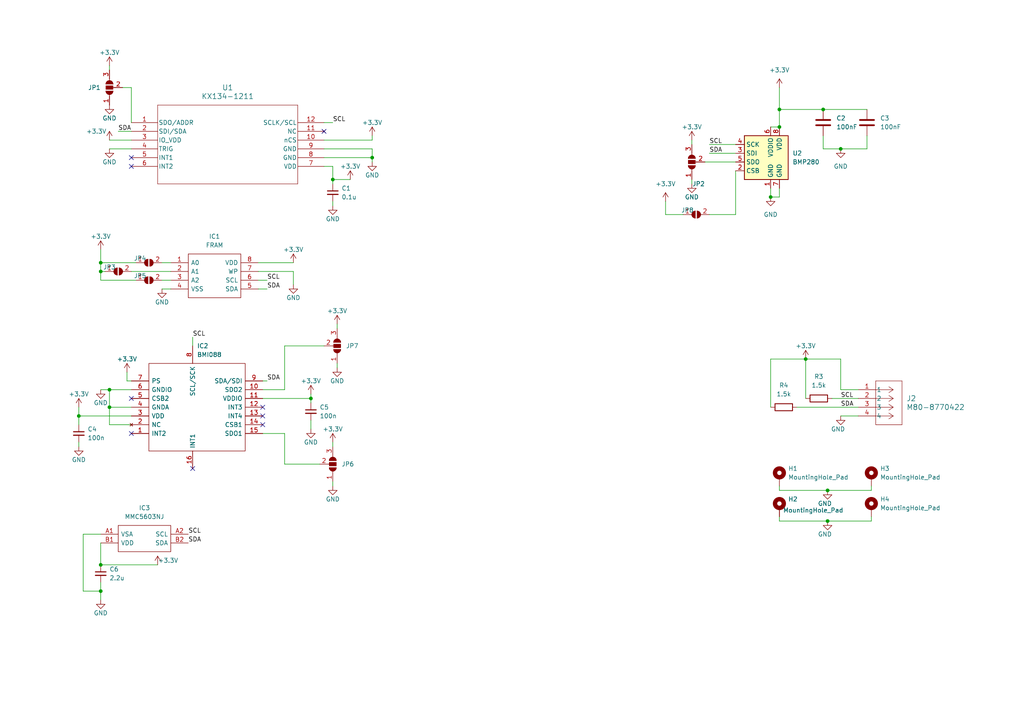
<source format=kicad_sch>
(kicad_sch (version 20231120) (generator "eeschema") (generator_version "8.0")
  (paper "A4")
  (title_block (title "kx134 Accelerometer") (rev "1") (company "USST Avionics") (comment 1 "Edited: Bristine") (comment 2 "Created: Ven"))
  (lib_symbols
    (symbol "Device:C" (pin_numbers hide) (pin_names (offset 0.254))
      (property "Reference" "C" (at 0.635 2.54 0))
      (property "Value" "C" (at 0.635 -2.54 0))
      (symbol "C_0_1"
        (polyline (pts (xy -2.032 -0.762) (xy 2.032 -0.762)) (stroke (width 0.508)))
        (polyline (pts (xy -2.032 0.762) (xy 2.032 0.762)) (stroke (width 0.508)))
      )
      (symbol "C_1_1"
        (pin passive line (at 0 3.81 270) (length 2.794) (name "~") (number "1"))
        (pin passive line (at 0 -3.81 90) (length 2.794) (name "~") (number "2"))
      )
    )
    (symbol "Device:C_Small" (pin_numbers hide) (pin_names (offset 0.254) hide)
      (property "Reference" "C" (at 0.254 1.778 0))
      (property "Value" "C_Small" (at 0.254 -2.032 0))
      (symbol "C_Small_0_1"
        (polyline (pts (xy -1.524 -0.508) (xy 1.524 -0.508)) (stroke (width 0.3302)))
        (polyline (pts (xy -1.524 0.508) (xy 1.524 0.508)) (stroke (width 0.3048)))
      )
      (symbol "C_Small_1_1"
        (pin passive line (at 0 2.54 270) (length 2.032) (name "~") (number "1"))
        (pin passive line (at 0 -2.54 90) (length 2.032) (name "~") (number "2"))
      )
    )
    (symbol "Device:R" (pin_numbers hide) (pin_names (offset 0))
      (property "Reference" "R" (at 2.032 0 90))
      (property "Value" "R" (at 0 0 90))
      (symbol "R_0_1"
        (rectangle (start -1.016 -2.54) (end 1.016 2.54) (stroke (width 0.254)))
      )
      (symbol "R_1_1"
        (pin passive line (at 0 3.81 270) (length 1.27) (name "~") (number "1"))
        (pin passive line (at 0 -3.81 90) (length 1.27) (name "~") (number "2"))
      )
    )
    (symbol "Harwin-M80-8770422:M80-8770422" (pin_names (offset 0.254))
      (property "Reference" "J" (at 8.89 6.35 0))
      (property "Value" "M80-8770422" (at 0 0 0))
      (symbol "M80-8770422_1_1"
        (polyline (pts (xy 5.08 -10.16) (xy 12.7 -10.16)) (stroke (width 0.127)))
        (polyline (pts (xy 5.08 2.54) (xy 5.08 -10.16)) (stroke (width 0.127)))
        (polyline (pts (xy 10.16 -7.62) (xy 5.08 -7.62)) (stroke (width 0.127)))
        (polyline (pts (xy 10.16 -7.62) (xy 8.89 -8.4667)) (stroke (width 0.127)))
        (polyline (pts (xy 10.16 -7.62) (xy 8.89 -6.7733)) (stroke (width 0.127)))
        (polyline (pts (xy 10.16 -5.08) (xy 5.08 -5.08)) (stroke (width 0.127)))
        (polyline (pts (xy 10.16 -5.08) (xy 8.89 -5.9267)) (stroke (width 0.127)))
        (polyline (pts (xy 10.16 -5.08) (xy 8.89 -4.2333)) (stroke (width 0.127)))
        (polyline (pts (xy 10.16 -2.54) (xy 5.08 -2.54)) (stroke (width 0.127)))
        (polyline (pts (xy 10.16 -2.54) (xy 8.89 -3.3867)) (stroke (width 0.127)))
        (polyline (pts (xy 10.16 -2.54) (xy 8.89 -1.6933)) (stroke (width 0.127)))
        (polyline (pts (xy 10.16 0) (xy 5.08 0)) (stroke (width 0.127)))
        (polyline (pts (xy 10.16 0) (xy 8.89 -0.8467)) (stroke (width 0.127)))
        (polyline (pts (xy 10.16 0) (xy 8.89 0.8467)) (stroke (width 0.127)))
        (polyline (pts (xy 12.7 -10.16) (xy 12.7 2.54)) (stroke (width 0.127)))
        (polyline (pts (xy 12.7 2.54) (xy 5.08 2.54)) (stroke (width 0.127)))
        (pin unspecified line (at 0 0 0) (length 5.08) (name "1") (number "1"))
        (pin unspecified line (at 0 -2.54 0) (length 5.08) (name "2") (number "2"))
        (pin unspecified line (at 0 -5.08 0) (length 5.08) (name "3") (number "3"))
        (pin unspecified line (at 0 -7.62 0) (length 5.08) (name "4") (number "4"))
      )
      (symbol "M80-8770422_1_2"
        (polyline (pts (xy 5.08 -10.16) (xy 12.7 -10.16)) (stroke (width 0.127)))
        (polyline (pts (xy 5.08 2.54) (xy 5.08 -10.16)) (stroke (width 0.127)))
        (polyline (pts (xy 7.62 -7.62) (xy 5.08 -7.62)) (stroke (width 0.127)))
        (polyline (pts (xy 7.62 -7.62) (xy 8.89 -8.4667)) (stroke (width 0.127)))
        (polyline (pts (xy 7.62 -7.62) (xy 8.89 -6.7733)) (stroke (width 0.127)))
        (polyline (pts (xy 7.62 -5.08) (xy 5.08 -5.08)) (stroke (width 0.127)))
        (polyline (pts (xy 7.62 -5.08) (xy 8.89 -5.9267)) (stroke (width 0.127)))
        (polyline (pts (xy 7.62 -5.08) (xy 8.89 -4.2333)) (stroke (width 0.127)))
        (polyline (pts (xy 7.62 -2.54) (xy 5.08 -2.54)) (stroke (width 0.127)))
        (polyline (pts (xy 7.62 -2.54) (xy 8.89 -3.3867)) (stroke (width 0.127)))
        (polyline (pts (xy 7.62 -2.54) (xy 8.89 -1.6933)) (stroke (width 0.127)))
        (polyline (pts (xy 7.62 0) (xy 5.08 0)) (stroke (width 0.127)))
        (polyline (pts (xy 7.62 0) (xy 8.89 -0.8467)) (stroke (width 0.127)))
        (polyline (pts (xy 7.62 0) (xy 8.89 0.8467)) (stroke (width 0.127)))
        (polyline (pts (xy 12.7 -10.16) (xy 12.7 2.54)) (stroke (width 0.127)))
        (polyline (pts (xy 12.7 2.54) (xy 5.08 2.54)) (stroke (width 0.127)))
        (pin unspecified line (at 0 0 0) (length 5.08) (name "1") (number "1"))
        (pin unspecified line (at 0 -2.54 0) (length 5.08) (name "2") (number "2"))
        (pin unspecified line (at 0 -5.08 0) (length 5.08) (name "3") (number "3"))
        (pin unspecified line (at 0 -7.62 0) (length 5.08) (name "4") (number "4"))
      )
    )
    (symbol "Jumper:SolderJumper_2_Open" (pin_names (offset 0) hide)
      (property "Reference" "JP" (at 0 2.032 0))
      (property "Value" "SolderJumper_2_Open" (at 0 -2.54 0))
      (symbol "SolderJumper_2_Open_0_1"
        (arc (start -0.254 1.016) (mid -1.2656 0) (end -0.254 -1.016))
        (arc (start -0.254 1.016) (mid -1.2656 0) (end -0.254 -1.016) (fill (type outline)))
        (polyline (pts (xy -0.254 1.016) (xy -0.254 -1.016)))
        (polyline (pts (xy 0.254 1.016) (xy 0.254 -1.016)))
        (arc (start 0.254 -1.016) (mid 1.2656 0) (end 0.254 1.016))
        (arc (start 0.254 -1.016) (mid 1.2656 0) (end 0.254 1.016) (fill (type outline)))
      )
      (symbol "SolderJumper_2_Open_1_1"
        (pin passive line (at -3.81 0 0) (length 2.54) (name "A") (number "1"))
        (pin passive line (at 3.81 0 180) (length 2.54) (name "B") (number "2"))
      )
    )
    (symbol "Jumper:SolderJumper_3_Open" (pin_names (offset 0) hide)
      (property "Reference" "JP" (at -2.54 -2.54 0))
      (property "Value" "SolderJumper_3_Open" (at 0 2.794 0))
      (symbol "SolderJumper_3_Open_0_1"
        (arc (start -1.016 1.016) (mid -2.0276 0) (end -1.016 -1.016))
        (arc (start -1.016 1.016) (mid -2.0276 0) (end -1.016 -1.016) (fill (type outline)))
        (rectangle (start -0.508 1.016) (end 0.508 -1.016) (fill (type outline)))
        (polyline (pts (xy -2.54 0) (xy -2.032 0)))
        (polyline (pts (xy -1.016 1.016) (xy -1.016 -1.016)))
        (polyline (pts (xy 0 -1.27) (xy 0 -1.016)))
        (polyline (pts (xy 1.016 1.016) (xy 1.016 -1.016)))
        (polyline (pts (xy 2.54 0) (xy 2.032 0)))
        (arc (start 1.016 -1.016) (mid 2.0276 0) (end 1.016 1.016))
        (arc (start 1.016 -1.016) (mid 2.0276 0) (end 1.016 1.016) (fill (type outline)))
      )
      (symbol "SolderJumper_3_Open_1_1"
        (pin passive line (at -5.08 0 0) (length 2.54) (name "A") (number "1"))
        (pin passive line (at 0 -3.81 90) (length 2.54) (name "C") (number "2"))
        (pin passive line (at 5.08 0 180) (length 2.54) (name "B") (number "3"))
      )
    )
    (symbol "KX134-1211:KX134-1211" (pin_names (offset 0.254))
      (property "Reference" "U" (at 27.94 10.16 0))
      (property "Value" "KX134-1211" (at 27.94 7.62 0))
      (symbol "KX134-1211_0_1"
        (polyline (pts (xy 7.62 -17.78) (xy 48.26 -17.78)) (stroke (width 0.127)))
        (polyline (pts (xy 7.62 5.08) (xy 7.62 -17.78)) (stroke (width 0.127)))
        (polyline (pts (xy 48.26 -17.78) (xy 48.26 5.08)) (stroke (width 0.127)))
        (polyline (pts (xy 48.26 5.08) (xy 7.62 5.08)) (stroke (width 0.127)))
        (pin bidirectional line (at 0 0 0) (length 7.62) (name "SDO/ADDR") (number "1"))
        (pin input line (at 55.88 -5.08 180) (length 7.62) (name "nCS") (number "10"))
        (pin no_connect line (at 55.88 -2.54 180) (length 7.62) (name "NC") (number "11"))
        (pin input line (at 55.88 0 180) (length 7.62) (name "SCLK/SCL") (number "12"))
        (pin bidirectional line (at 0 -2.54 0) (length 7.62) (name "SDI/SDA") (number "2"))
        (pin power_in line (at 0 -5.08 0) (length 7.62) (name "IO_VDD") (number "3"))
        (pin input line (at 0 -7.62 0) (length 7.62) (name "TRIG") (number "4"))
        (pin output line (at 0 -10.16 0) (length 7.62) (name "INT1") (number "5"))
        (pin output line (at 0 -12.7 0) (length 7.62) (name "INT2") (number "6"))
        (pin power_in line (at 55.88 -12.7 180) (length 7.62) (name "VDD") (number "7"))
        (pin power_out line (at 55.88 -10.16 180) (length 7.62) (name "GND") (number "8"))
        (pin power_out line (at 55.88 -7.62 180) (length 7.62) (name "GND") (number "9"))
      )
    )
    (symbol "LibraryLoader:BMI088" (pin_names (offset 0.762))
      (property "Reference" "IC" (at 31.75 17.78 0))
      (property "Value" "BMI088" (at 31.75 15.24 0))
      (symbol "BMI088_0_0"
        (pin passive line (at 10.16 17.78 270) (length 5.08) (name "INT2") (number "1"))
        (pin passive line (at 22.86 -20.32 90) (length 5.08) (name "SDO2") (number "10"))
        (pin passive line (at 20.32 -20.32 90) (length 5.08) (name "VDDIO") (number "11"))
        (pin passive line (at 17.78 -20.32 90) (length 5.08) (name "INT3") (number "12"))
        (pin passive line (at 15.24 -20.32 90) (length 5.08) (name "INT4") (number "13"))
        (pin passive line (at 12.7 -20.32 90) (length 5.08) (name "CSB1") (number "14"))
        (pin passive line (at 10.16 -20.32 90) (length 5.08) (name "SDO1") (number "15"))
        (pin passive line (at 0 0 0) (length 5.08) (name "INT1") (number "16"))
        (pin no_connect line (at 12.7 17.78 270) (length 5.08) (name "NC") (number "2"))
        (pin passive line (at 15.24 17.78 270) (length 5.08) (name "VDD") (number "3"))
        (pin passive line (at 17.78 17.78 270) (length 5.08) (name "GNDA") (number "4"))
        (pin passive line (at 20.32 17.78 270) (length 5.08) (name "CSB2") (number "5"))
        (pin passive line (at 22.86 17.78 270) (length 5.08) (name "GNDIO") (number "6"))
        (pin passive line (at 25.4 17.78 270) (length 5.08) (name "PS") (number "7"))
        (pin passive line (at 35.56 0 180) (length 5.08) (name "SCL/SCK") (number "8"))
        (pin passive line (at 25.4 -20.32 90) (length 5.08) (name "SDA/SDI") (number "9"))
      )
      (symbol "BMI088_0_1"
        (polyline (pts (xy 5.08 12.7) (xy 30.48 12.7) (xy 30.48 -15.24) (xy 5.08 -15.24) (xy 5.08 12.7)) (stroke (width 0.1524)))
      )
    )
    (symbol "LibraryLoader:MB85RC256VPF-G-JNERE2" (pin_names (offset 0.762))
      (property "Reference" "IC" (at 21.59 7.62 0))
      (property "Value" "MB85RC256VPF-G-JNERE2" (at 21.59 5.08 0))
      (symbol "MB85RC256VPF-G-JNERE2_0_0"
        (pin input line (at 0 0 0) (length 5.08) (name "A0") (number "1"))
        (pin input line (at 0 -2.54 0) (length 5.08) (name "A1") (number "2"))
        (pin input line (at 0 -5.08 0) (length 5.08) (name "A2") (number "3"))
        (pin power_in line (at 0 -7.62 0) (length 5.08) (name "VSS") (number "4"))
        (pin bidirectional line (at 25.4 -7.62 180) (length 5.08) (name "SDA") (number "5"))
        (pin input line (at 25.4 -5.08 180) (length 5.08) (name "SCL") (number "6"))
        (pin input line (at 25.4 -2.54 180) (length 5.08) (name "WP") (number "7"))
        (pin power_in line (at 25.4 0 180) (length 5.08) (name "VDD") (number "8"))
      )
      (symbol "MB85RC256VPF-G-JNERE2_0_1"
        (polyline (pts (xy 5.08 2.54) (xy 20.32 2.54) (xy 20.32 -10.16) (xy 5.08 -10.16) (xy 5.08 2.54)) (stroke (width 0.1524)))
      )
    )
    (symbol "LibraryLoader:MMC5603NJ" (pin_names (offset 0.762))
      (property "Reference" "IC" (at 21.59 7.62 0))
      (property "Value" "MMC5603NJ" (at 21.59 5.08 0))
      (symbol "MMC5603NJ_0_0"
        (pin passive line (at 0 0 0) (length 5.08) (name "VSA") (number "A1"))
        (pin passive line (at 25.4 0 180) (length 5.08) (name "SCL") (number "A2"))
        (pin passive line (at 0 -2.54 0) (length 5.08) (name "VDD") (number "B1"))
        (pin passive line (at 25.4 -2.54 180) (length 5.08) (name "SDA") (number "B2"))
      )
      (symbol "MMC5603NJ_0_1"
        (polyline (pts (xy 5.08 2.54) (xy 20.32 2.54) (xy 20.32 -5.08) (xy 5.08 -5.08) (xy 5.08 2.54)) (stroke (width 0.1524)))
      )
    )
    (symbol "Mechanical:MountingHole_Pad" (pin_numbers hide) (pin_names (offset 1.016) hide)
      (property "Reference" "H" (at 0 6.35 0))
      (property "Value" "MountingHole_Pad" (at 0 4.445 0))
      (symbol "MountingHole_Pad_0_1"
        (circle (center 0 1.27) (radius 1.27) (stroke (width 1.27)))
      )
      (symbol "MountingHole_Pad_1_1"
        (pin input line (at 0 -2.54 90) (length 2.54) (name "1") (number "1"))
      )
    )
    (symbol "Sensor_Pressure:BMP280"
      (property "Reference" "U" (at -7.62 10.16 0))
      (property "Value" "BMP280" (at 5.08 10.16 0))
      (symbol "BMP280_0_1"
        (rectangle (start -7.62 -5.08) (end 5.08 7.62) (stroke (width 0.254)) (fill (type background)))
      )
      (symbol "BMP280_1_1"
        (pin power_in line (at 0 -7.62 90) (length 2.54) (name "GND") (number "1"))
        (pin input line (at -10.16 -2.54 0) (length 2.54) (name "CSB") (number "2"))
        (pin bidirectional line (at -10.16 2.54 0) (length 2.54) (name "SDI") (number "3"))
        (pin input line (at -10.16 5.08 0) (length 2.54) (name "SCK") (number "4"))
        (pin bidirectional line (at -10.16 0 0) (length 2.54) (name "SDO") (number "5"))
        (pin power_in line (at 0 10.16 270) (length 2.54) (name "VDDIO") (number "6"))
        (pin power_in line (at 2.54 -7.62 90) (length 2.54) (name "GND") (number "7"))
        (pin power_in line (at 2.54 10.16 270) (length 2.54) (name "VDD") (number "8"))
      )
    )
    (symbol "power:+3.3V" (power) (pin_names (offset 0))
      (property "Value" "+3.3V" (at 0 3.556 0))
      (symbol "+3.3V_0_1"
        (polyline (pts (xy -0.762 1.27) (xy 0 2.54)))
        (polyline (pts (xy 0 0) (xy 0 2.54)))
        (polyline (pts (xy 0 2.54) (xy 0.762 1.27)))
      )
      (symbol "+3.3V_1_1"
        (pin power_in line (at 0 0 90) (length 0) hide (name "+3.3V") (number "1"))
      )
    )
    (symbol "power:GND" (power) (pin_names (offset 0))
      (property "Value" "GND" (at 0 -3.81 0))
      (symbol "GND_0_1"
        (polyline (pts (xy 0 0) (xy 0 -1.27) (xy 1.27 -1.27) (xy 0 -2.54) (xy -1.27 -1.27) (xy 0 -1.27)))
      )
      (symbol "GND_1_1"
        (pin power_in line (at 0 0 270) (length 0) hide (name "GND") (number "1"))
      )
    )
  )
  (junction (at 29.21 163.83))
  (junction (at 243.84 43.18))
  (junction (at 240.03 142.24))
  (junction (at 31.75 113.03))
  (junction (at 29.21 171.45))
  (junction (at 29.21 76.2))
  (junction (at 240.03 151.13))
  (junction (at 22.86 120.65))
  (junction (at 233.68 104.14))
  (junction (at 90.17 115.57))
  (junction (at 107.95 45.72))
  (junction (at 223.52 57.15))
  (junction (at 238.76 31.75))
  (junction (at 96.52 52.07))
  (junction (at 226.06 36.83))
  (junction (at 226.06 31.75))
  (junction (at 31.75 118.11))
  (junction (at 29.21 78.74))
  (no_connect (at 76.2 118.11))
  (no_connect (at 76.2 123.19))
  (no_connect (at 38.1 115.57))
  (no_connect (at 76.2 120.65))
  (no_connect (at 38.1 48.26))
  (no_connect (at 38.1 45.72))
  (no_connect (at 55.88 135.89))
  (no_connect (at 93.98 38.1))
  (no_connect (at 38.1 125.73))
  (wire (pts (xy 31.75 43.18) (xy 38.1 43.18)))
  (wire (pts (xy 31.75 118.11) (xy 31.75 123.19)))
  (wire (pts (xy 82.55 134.62) (xy 92.71 134.62)))
  (wire (pts (xy 31.75 40.64) (xy 38.1 40.64)))
  (wire (pts (xy 39.37 76.2) (xy 29.21 76.2)))
  (wire (pts (xy 34.29 38.1) (xy 38.1 38.1)))
  (wire (pts (xy 82.55 100.33) (xy 93.98 100.33)))
  (wire (pts (xy 93.98 48.26) (xy 96.52 48.26)))
  (wire (pts (xy 55.88 100.33) (xy 55.88 97.79)))
  (wire (pts (xy 226.06 25.4) (xy 226.06 31.75)))
  (wire (pts (xy 90.17 121.92) (xy 90.17 124.46)))
  (wire (pts (xy 39.37 81.28) (xy 29.21 81.28)))
  (wire (pts (xy 241.3 115.57) (xy 248.92 115.57)))
  (wire (pts (xy 74.93 78.74) (xy 85.09 78.74)))
  (wire (pts (xy 29.21 157.48) (xy 29.21 163.83)))
  (wire (pts (xy 107.95 39.37) (xy 107.95 40.64)))
  (wire (pts (xy 233.68 104.14) (xy 243.84 104.14)))
  (wire (pts (xy 29.21 78.74) (xy 29.21 76.2)))
  (wire (pts (xy 223.52 118.11) (xy 223.52 104.14)))
  (wire (pts (xy 22.86 118.11) (xy 22.86 120.65)))
  (wire (pts (xy 233.68 115.57) (xy 233.68 104.14)))
  (wire (pts (xy 24.13 154.94) (xy 29.21 154.94)))
  (wire (pts (xy 200.66 52.07) (xy 200.66 53.34)))
  (wire (pts (xy 231.14 118.11) (xy 248.92 118.11)))
  (wire (pts (xy 31.75 113.03) (xy 31.75 118.11)))
  (wire (pts (xy 22.86 128.27) (xy 22.86 129.54)))
  (wire (pts (xy 252.73 140.97) (xy 252.73 142.24)))
  (wire (pts (xy 204.47 46.99) (xy 213.36 46.99)))
  (wire (pts (xy 226.06 151.13) (xy 240.03 151.13)))
  (wire (pts (xy 82.55 100.33) (xy 82.55 113.03)))
  (wire (pts (xy 193.04 62.23) (xy 198.12 62.23)))
  (wire (pts (xy 38.1 118.11) (xy 31.75 118.11)))
  (wire (pts (xy 226.06 149.86) (xy 226.06 151.13)))
  (wire (pts (xy 243.84 104.14) (xy 243.84 113.03)))
  (wire (pts (xy 22.86 120.65) (xy 38.1 120.65)))
  (wire (pts (xy 29.21 81.28) (xy 29.21 78.74)))
  (wire (pts (xy 240.03 151.13) (xy 252.73 151.13)))
  (wire (pts (xy 38.1 25.4) (xy 38.1 35.56)))
  (wire (pts (xy 226.06 54.61) (xy 226.06 57.15)))
  (wire (pts (xy 30.48 78.74) (xy 29.21 78.74)))
  (wire (pts (xy 238.76 39.37) (xy 238.76 43.18)))
  (wire (pts (xy 107.95 46.99) (xy 107.95 45.72)))
  (wire (pts (xy 193.04 62.23) (xy 193.04 58.42)))
  (wire (pts (xy 76.2 125.73) (xy 82.55 125.73)))
  (wire (pts (xy 97.79 93.98) (xy 97.79 95.25)))
  (wire (pts (xy 96.52 52.07) (xy 96.52 53.34)))
  (wire (pts (xy 93.98 35.56) (xy 96.52 35.56)))
  (wire (pts (xy 223.52 54.61) (xy 223.52 57.15)))
  (wire (pts (xy 46.99 81.28) (xy 49.53 81.28)))
  (wire (pts (xy 90.17 114.3) (xy 90.17 115.57)))
  (wire (pts (xy 200.66 40.64) (xy 200.66 41.91)))
  (wire (pts (xy 251.46 43.18) (xy 251.46 39.37)))
  (wire (pts (xy 38.1 25.4) (xy 35.56 25.4)))
  (wire (pts (xy 238.76 31.75) (xy 251.46 31.75)))
  (wire (pts (xy 238.76 43.18) (xy 243.84 43.18)))
  (wire (pts (xy 29.21 113.03) (xy 31.75 113.03)))
  (wire (pts (xy 97.79 106.68) (xy 97.79 105.41)))
  (wire (pts (xy 74.93 76.2) (xy 85.09 76.2)))
  (wire (pts (xy 36.83 110.49) (xy 38.1 110.49)))
  (wire (pts (xy 29.21 163.83) (xy 45.72 163.83)))
  (wire (pts (xy 24.13 154.94) (xy 24.13 171.45)))
  (wire (pts (xy 226.06 140.97) (xy 226.06 142.24)))
  (wire (pts (xy 77.47 83.82) (xy 74.93 83.82)))
  (wire (pts (xy 85.09 78.74) (xy 85.09 82.55)))
  (wire (pts (xy 77.47 81.28) (xy 74.93 81.28)))
  (wire (pts (xy 24.13 171.45) (xy 29.21 171.45)))
  (wire (pts (xy 36.83 107.95) (xy 36.83 110.49)))
  (wire (pts (xy 223.52 36.83) (xy 226.06 36.83)))
  (wire (pts (xy 46.99 83.82) (xy 49.53 83.82)))
  (wire (pts (xy 205.74 41.91) (xy 213.36 41.91)))
  (wire (pts (xy 96.52 58.42) (xy 96.52 59.69)))
  (wire (pts (xy 76.2 115.57) (xy 90.17 115.57)))
  (wire (pts (xy 38.1 78.74) (xy 49.53 78.74)))
  (wire (pts (xy 226.06 57.15) (xy 223.52 57.15)))
  (wire (pts (xy 90.17 115.57) (xy 90.17 116.84)))
  (wire (pts (xy 205.74 44.45) (xy 213.36 44.45)))
  (wire (pts (xy 29.21 171.45) (xy 29.21 173.99)))
  (wire (pts (xy 93.98 45.72) (xy 107.95 45.72)))
  (wire (pts (xy 107.95 43.18) (xy 93.98 43.18)))
  (wire (pts (xy 96.52 140.97) (xy 96.52 139.7)))
  (wire (pts (xy 226.06 31.75) (xy 226.06 36.83)))
  (wire (pts (xy 29.21 168.91) (xy 29.21 171.45)))
  (wire (pts (xy 22.86 120.65) (xy 22.86 123.19)))
  (wire (pts (xy 223.52 104.14) (xy 233.68 104.14)))
  (wire (pts (xy 76.2 113.03) (xy 82.55 113.03)))
  (wire (pts (xy 93.98 40.64) (xy 107.95 40.64)))
  (wire (pts (xy 243.84 113.03) (xy 248.92 113.03)))
  (wire (pts (xy 77.47 110.49) (xy 76.2 110.49)))
  (wire (pts (xy 31.75 123.19) (xy 38.1 123.19)))
  (wire (pts (xy 96.52 52.07) (xy 101.6 52.07)))
  (wire (pts (xy 96.52 128.27) (xy 96.52 129.54)))
  (wire (pts (xy 31.75 113.03) (xy 38.1 113.03)))
  (wire (pts (xy 243.84 120.65) (xy 248.92 120.65)))
  (wire (pts (xy 243.84 43.18) (xy 251.46 43.18)))
  (wire (pts (xy 82.55 125.73) (xy 82.55 134.62)))
  (wire (pts (xy 240.03 142.24) (xy 252.73 142.24)))
  (wire (pts (xy 213.36 49.53) (xy 213.36 62.23)))
  (wire (pts (xy 205.74 62.23) (xy 213.36 62.23)))
  (wire (pts (xy 46.99 76.2) (xy 49.53 76.2)))
  (wire (pts (xy 96.52 52.07) (xy 96.52 48.26)))
  (wire (pts (xy 226.06 142.24) (xy 240.03 142.24)))
  (wire (pts (xy 107.95 43.18) (xy 107.95 45.72)))
  (wire (pts (xy 226.06 31.75) (xy 238.76 31.75)))
  (wire (pts (xy 31.75 19.05) (xy 31.75 20.32)))
  (wire (pts (xy 29.21 76.2) (xy 29.21 72.39)))
  (wire (pts (xy 252.73 151.13) (xy 252.73 149.86)))
  (label "SDA" (at 34.29 38.1 0))
  (label "SCL" (at 243.84 115.57 0))
  (label "SCL" (at 54.61 154.94 0))
  (label "SDA" (at 54.61 157.48 0))
  (label "SCL" (at 77.47 81.28 0))
  (label "SDA" (at 77.47 83.82 0))
  (label "SDA" (at 243.84 118.11 0))
  (label "SCL" (at 96.52 35.56 0))
  (label "SCL" (at 55.88 97.79 0))
  (label "SCL" (at 205.74 41.91 0))
  (label "SDA" (at 77.47 110.49 0))
  (label "SDA" (at 205.74 44.45 0))
  (symbol (lib_id "Jumper:SolderJumper_3_Open") (at 31.75 25.4 90) (unit 1)
    (property "Reference" "JP1" (at 29.21 25.4 90) (effects (justify left)))
    (property "Value" "SolderJumper_3_Open" (effects (hide yes)))
    (property "Footprint" "Jumper:SolderJumper-3_P1.3mm_Open_RoundedPad1.0x1.5mm_NumberLabels" (effects (hide yes)))
  )
  (symbol (lib_id "power:+3.3V") (at 200.66 40.64 0) (unit 1)
    (property "Reference" "#PWR013" (effects (hide yes)))
    (property "Value" "+3.3V" (at 200.66 36.83 0))
  )
  (symbol (lib_id "power:GND") (at 22.86 129.54 0) (unit 1)
    (property "Reference" "#PWR023" (effects (hide yes)))
    (property "Value" "GND" (at 22.86 133.35 0))
  )
  (symbol (lib_id "Jumper:SolderJumper_3_Open") (at 200.66 46.99 90) (unit 1)
    (property "Reference" "JP2" (at 204.47 53.34 90) (effects (justify left)))
    (property "Value" "SolderJumper_3_Open" (effects (hide yes)))
    (property "Footprint" "Jumper:SolderJumper-3_P1.3mm_Open_RoundedPad1.0x1.5mm_NumberLabels" (effects (hide yes)))
  )
  (symbol (lib_id "LibraryLoader:MB85RC256VPF-G-JNERE2") (at 49.53 76.2 0) (unit 1)
    (property "Reference" "IC1" (at 62.23 68.58 0))
    (property "Value" "FRAM" (at 62.23 71.12 0))
    (property "Footprint" "MB85RC256VPF_G_JNERE2:FPT-8P-M08_FUJ" (effects (hide yes)))
    (property "Datasheet" "http://www.fujitsu.com/us/Images/MB85RC256V-DS501-00017-3v0-E.pdf" (effects (hide yes)))
    (property "Description" "Memory FRAM 256K (32K x 8) Bit I2C" (effects (hide yes)))
    (property "Height" "2.1" (effects (hide yes)))
    (property "Manufacturer_Name" "FUJITSU" (effects (hide yes)))
    (property "Manufacturer_Part_Number" "MB85RC256VPF-G-JNERE2" (effects (hide yes)))
    (property "Mouser Part Number" "249-MB85RC256VPJNRE2" (effects (hide yes)))
    (property "Mouser Price/Stock" "https://www.mouser.co.uk/ProductDetail/Fujitsu-Semiconductor/MB85RC256VPF-G-JNERE2?qs=Wj%2FVkw3K%252BMAGnaEHj2giGA%3D%3D" (effects (hide yes)))
  )
  (symbol (lib_id "power:GND") (at 243.84 120.65 0) (unit 1)
    (property "Reference" "#PWR09" (effects (hide yes)))
    (property "Value" "GND" (at 245.11 124.46 0) (effects (justify right)))
  )
  (symbol (lib_id "power:+3.3V") (at 96.52 128.27 0) (mirror y) (unit 1)
    (property "Reference" "#PWR028" (effects (hide yes)))
    (property "Value" "+3.3V" (at 96.52 124.46 0))
  )
  (symbol (lib_id "Mechanical:MountingHole_Pad") (at 252.73 147.32 0) (unit 1)
    (property "Reference" "H4" (at 255.27 144.7799 0) (effects (justify left)))
    (property "Value" "MountingHole_Pad" (at 255.27 147.3199 0) (effects (justify left)))
    (property "Footprint" "Mounting_Wuerth:Mounting_Wuerth_WA-SMSI-M1.6_H1mm_9774010633" (effects (hide yes)))
    (property "Description" "Mounting Hole with connection" (effects (hide yes)))
  )
  (symbol (lib_id "Mechanical:MountingHole_Pad") (at 226.06 138.43 0) (unit 1)
    (property "Reference" "H1" (at 228.6 135.8899 0) (effects (justify left)))
    (property "Value" "MountingHole_Pad" (at 228.6 138.4299 0) (effects (justify left)))
    (property "Footprint" "Mounting_Wuerth:Mounting_Wuerth_WA-SMSI-M1.6_H1mm_9774010633" (effects (hide yes)))
    (property "Description" "Mounting Hole with connection" (effects (hide yes)))
  )
  (symbol (lib_id "power:GND") (at 243.84 43.18 0) (unit 1)
    (property "Reference" "#PWR017" (effects (hide yes)))
    (property "Value" "GND" (at 243.84 48.26 0))
  )
  (symbol (lib_id "Device:C_Small") (at 90.17 119.38 0) (unit 1)
    (property "Reference" "C5" (at 92.71 118.1163 0) (effects (justify left)))
    (property "Value" "100n" (at 92.71 120.6563 0) (effects (justify left)))
    (property "Footprint" "Capacitor_SMD:C_0402_1005Metric" (effects (hide yes)))
  )
  (symbol (lib_id "power:+3.3V") (at 90.17 114.3 0) (mirror y) (unit 1)
    (property "Reference" "#PWR026" (effects (hide yes)))
    (property "Value" "+3.3V" (at 90.17 110.49 0))
  )
  (symbol (lib_id "power:+3.3V") (at 31.75 19.05 0) (unit 1)
    (property "Reference" "#PWR03" (effects (hide yes)))
    (property "Value" "+3.3V" (at 31.75 15.24 0))
  )
  (symbol (lib_id "power:GND") (at 200.66 53.34 0) (unit 1)
    (property "Reference" "#PWR014" (effects (hide yes)))
    (property "Value" "GND" (at 200.66 57.15 0))
  )
  (symbol (lib_id "power:+3.3V") (at 101.6 52.07 0) (unit 1)
    (property "Reference" "#PWR05" (effects (hide yes)))
    (property "Value" "+3.3V" (at 101.6 48.26 0))
  )
  (symbol (lib_id "power:+3.3V") (at 193.04 58.42 0) (unit 1)
    (property "Reference" "#PWR034" (effects (hide yes)))
    (property "Value" "+3.3V" (at 193.04 53.34 0))
  )
  (symbol (lib_id "Jumper:SolderJumper_2_Open") (at 43.18 76.2 0) (unit 1)
    (property "Reference" "JP4" (at 40.64 74.93 0))
    (property "Value" "SolderJumper_2_Open" (effects (hide yes)))
    (property "Footprint" "Jumper:SolderJumper-2_P1.3mm_Open_RoundedPad1.0x1.5mm" (effects (hide yes)))
  )
  (symbol (lib_id "power:+3.3V") (at 233.68 104.14 0) (unit 1)
    (property "Reference" "#PWR08" (effects (hide yes)))
    (property "Value" "+3.3V" (at 233.68 100.33 0))
  )
  (symbol (lib_id "LibraryLoader:BMI088") (at 55.88 135.89 90) (unit 1)
    (property "Reference" "IC2" (at 57.15 100.33 90) (effects (justify right)))
    (property "Value" "BMI088" (at 57.15 102.87 90) (effects (justify right)))
    (property "Footprint" "BMI088:QFN_BMI085_BOS" (effects (hide yes)))
    (property "Datasheet" "https://datasheet.datasheetarchive.com/originals/distributors/Datasheets_SAMA/994c3bf88e91a9e9fead6a819d348e4d.pdf" (effects (hide yes)))
    (property "Description" "Inertial Measurement Unit Digital Output 2.5V/3.3V Automotive" (effects (hide yes)))
    (property "Height" "1.45" (effects (hide yes)))
    (property "Manufacturer_Name" "BOSCH" (effects (hide yes)))
    (property "Manufacturer_Part_Number" "BMI088" (effects (hide yes)))
    (property "Mouser Part Number" "262-BMI088" (effects (hide yes)))
    (property "Mouser Price/Stock" "https://www.mouser.co.uk/ProductDetail/Bosch-Sensortec/BMI088?qs=f9yNj16SXrIMFspTV6RB6Q%3D%3D" (effects (hide yes)))
    (property "Arrow Part Number" "BMI088" (effects (hide yes)))
    (property "Arrow Price/Stock" "https://www.arrow.com/en/products/bmi088/bosch?region=europe" (effects (hide yes)))
  )
  (symbol (lib_id "Jumper:SolderJumper_2_Open") (at 34.29 78.74 0) (unit 1)
    (property "Reference" "JP3" (at 31.75 77.47 0))
    (property "Value" "SolderJumper_2_Open" (effects (hide yes)))
    (property "Footprint" "Jumper:SolderJumper-2_P1.3mm_Open_RoundedPad1.0x1.5mm" (effects (hide yes)))
  )
  (symbol (lib_id "power:GND") (at 31.75 30.48 0) (unit 1)
    (property "Reference" "#PWR010" (effects (hide yes)))
    (property "Value" "GND" (at 31.75 34.29 0))
  )
  (symbol (lib_id "Jumper:SolderJumper_3_Open") (at 96.52 134.62 270) (mirror x) (unit 1)
    (property "Reference" "JP6" (at 99.06 134.62 90) (effects (justify left)))
    (property "Value" "SolderJumper_3_Open" (effects (hide yes)))
    (property "Footprint" "Jumper:SolderJumper-3_P1.3mm_Open_RoundedPad1.0x1.5mm_NumberLabels" (effects (hide yes)))
  )
  (symbol (lib_id "power:GND") (at 240.03 151.13 0) (unit 1)
    (property "Reference" "#PWR012" (effects (hide yes)))
    (property "Value" "GND" (at 241.3 154.94 0) (effects (justify right)))
  )
  (symbol (lib_id "Jumper:SolderJumper_3_Open") (at 97.79 100.33 270) (mirror x) (unit 1)
    (property "Reference" "JP7" (at 100.33 100.33 90) (effects (justify left)))
    (property "Value" "SolderJumper_3_Open" (effects (hide yes)))
    (property "Footprint" "Jumper:SolderJumper-3_P1.3mm_Open_RoundedPad1.0x1.5mm_NumberLabels" (effects (hide yes)))
  )
  (symbol (lib_id "power:+3.3V") (at 226.06 25.4 0) (unit 1)
    (property "Reference" "#PWR016" (effects (hide yes)))
    (property "Value" "+3.3V" (at 226.06 20.32 0))
  )
  (symbol (lib_id "Mechanical:MountingHole_Pad") (at 252.73 138.43 0) (unit 1)
    (property "Reference" "H3" (at 255.27 135.8899 0) (effects (justify left)))
    (property "Value" "MountingHole_Pad" (at 255.27 138.4299 0) (effects (justify left)))
    (property "Footprint" "Mounting_Wuerth:Mounting_Wuerth_WA-SMSI-M1.6_H1mm_9774010633" (effects (hide yes)))
    (property "Description" "Mounting Hole with connection" (effects (hide yes)))
  )
  (symbol (lib_id "Harwin-M80-8770422:M80-8770422") (at 248.92 113.03 0) (unit 1)
    (property "Reference" "J2" (at 262.89 115.5699 0) (effects (font (size 1.524 1.524)) (justify left)))
    (property "Value" "M80-8770422" (at 262.89 118.1099 0) (effects (font (size 1.524 1.524)) (justify left)))
    (property "Footprint" "Harwin-M80-8770422:CONN_M80-87704_HRW" (effects (hide yes)))
    (property "Datasheet" "M80-8770422" (effects (hide yes)))
  )
  (symbol (lib_id "power:+3.3V") (at 97.79 93.98 0) (mirror y) (unit 1)
    (property "Reference" "#PWR030" (effects (hide yes)))
    (property "Value" "+3.3V" (at 97.79 90.17 0))
  )
  (symbol (lib_id "Mechanical:MountingHole_Pad") (at 226.06 147.32 0) (unit 1)
    (property "Reference" "H2" (at 228.6 144.7799 0) (effects (justify left)))
    (property "Value" "MountingHole_Pad" (at 227.1223 148.0025 0) (effects (justify left)))
    (property "Footprint" "Mounting_Wuerth:Mounting_Wuerth_WA-SMSI-M1.6_H1mm_9774010633" (effects (hide yes)))
    (property "Description" "Mounting Hole with connection" (effects (hide yes)))
  )
  (symbol (lib_id "power:+3.3V") (at 29.21 72.39 0) (unit 1)
    (property "Reference" "#PWR018" (effects (hide yes)))
    (property "Value" "+3.3V" (at 29.21 68.58 0))
  )
  (symbol (lib_id "Device:C") (at 251.46 35.56 0) (unit 1)
    (property "Reference" "C3" (at 255.27 34.29 0) (effects (justify left)))
    (property "Value" "100nF" (at 255.27 36.83 0) (effects (justify left)))
    (property "Footprint" "Capacitor_SMD:C_0402_1005Metric" (effects (hide yes)))
  )
  (symbol (lib_id "power:+3.3V") (at 36.83 107.95 0) (mirror y) (unit 1)
    (property "Reference" "#PWR025" (effects (hide yes)))
    (property "Value" "+3.3V" (at 36.83 104.14 0))
  )
  (symbol (lib_id "power:GND") (at 85.09 82.55 0) (unit 1)
    (property "Reference" "#PWR021" (effects (hide yes)))
    (property "Value" "GND" (at 85.09 86.36 0))
  )
  (symbol (lib_id "LibraryLoader:MMC5603NJ") (at 29.21 154.94 0) (unit 1)
    (property "Reference" "IC3" (at 41.91 147.32 0))
    (property "Value" "MMC5603NJ" (at 41.91 149.86 0))
    (property "Footprint" "MMC5603NJ:WLP4_0P82X0P82_MEM" (effects (hide yes)))
    (property "Datasheet" "https://www.mouser.de/datasheet/2/821/Memsic_09102019_MMC5603NJ_Datasheet_Rev.B-1635324.pdf" (effects (hide yes)))
    (property "Description" "Magnetic Sensors SMD RoHS" (effects (hide yes)))
    (property "Height" "0.6" (effects (hide yes)))
    (property "Manufacturer_Name" "MEMSIC" (effects (hide yes)))
    (property "Manufacturer_Part_Number" "MMC5603NJ" (effects (hide yes)))
    (property "Mouser Part Number" "438-MMC5603NJ" (effects (hide yes)))
    (property "Mouser Price/Stock" "https://www.mouser.co.uk/ProductDetail/MEMSIC/MMC5603NJ?qs=B6kkDfuK7%2FDOubZFFHvcXw%3D%3D" (effects (hide yes)))
    (property "Arrow Part Number" "MMC5603NJ" (effects (hide yes)))
    (property "Arrow Price/Stock" "https://www.arrow.com/en/products/mmc5603nj/memsic?region=nac" (effects (hide yes)))
  )
  (symbol (lib_id "Device:C") (at 238.76 35.56 0) (unit 1)
    (property "Reference" "C2" (at 242.57 34.29 0) (effects (justify left)))
    (property "Value" "100nF" (at 242.57 36.83 0) (effects (justify left)))
    (property "Footprint" "Capacitor_SMD:C_0402_1005Metric" (effects (hide yes)))
  )
  (symbol (lib_id "power:GND") (at 97.79 106.68 0) (mirror y) (unit 1)
    (property "Reference" "#PWR031" (effects (hide yes)))
    (property "Value" "GND" (at 97.79 110.49 0))
  )
  (symbol (lib_id "power:GND") (at 240.03 142.24 0) (unit 1)
    (property "Reference" "#PWR011" (effects (hide yes)))
    (property "Value" "GND" (at 241.3 146.05 0) (effects (justify right)))
  )
  (symbol (lib_id "power:+3.3V") (at 85.09 76.2 0) (unit 1)
    (property "Reference" "#PWR020" (effects (hide yes)))
    (property "Value" "+3.3V" (at 85.09 72.39 0))
  )
  (symbol (lib_id "Device:C_Small") (at 29.21 166.37 0) (unit 1)
    (property "Reference" "C6" (at 31.75 165.1063 0) (effects (justify left)))
    (property "Value" "2.2u" (at 31.75 167.6463 0) (effects (justify left)))
    (property "Footprint" "Capacitor_SMD:C_0603_1608Metric" (effects (hide yes)))
  )
  (symbol (lib_id "Sensor_Pressure:BMP280") (at 223.52 46.99 0) (unit 1)
    (property "Reference" "U2" (at 229.87 44.45 0) (effects (justify left)))
    (property "Value" "BMP280" (at 229.87 46.99 0) (effects (justify left)))
    (property "Footprint" "Package_LGA:Bosch_LGA-8_2x2.5mm_P0.65mm_ClockwisePinNumbering" (effects (hide yes)))
    (property "Datasheet" "https://ae-bst.resource.bosch.com/media/_tech/media/datasheets/BST-BMP280-DS001.pdf" (effects (hide yes)))
  )
  (symbol (lib_id "power:GND") (at 29.21 173.99 0) (unit 1)
    (property "Reference" "#PWR032" (effects (hide yes)))
    (property "Value" "GND" (at 29.21 177.8 0))
  )
  (symbol (lib_id "power:+3.3V") (at 107.95 39.37 0) (unit 1)
    (property "Reference" "#PWR07" (effects (hide yes)))
    (property "Value" "+3.3V" (at 107.95 35.56 0))
  )
  (symbol (lib_id "power:GND") (at 29.21 113.03 0) (unit 1)
    (property "Reference" "#PWR024" (effects (hide yes)))
    (property "Value" "GND" (at 29.21 116.84 0))
  )
  (symbol (lib_id "power:GND") (at 31.75 43.18 0) (unit 1)
    (property "Reference" "#PWR02" (effects (hide yes)))
    (property "Value" "GND" (at 31.75 46.99 0))
  )
  (symbol (lib_id "power:GND") (at 46.99 83.82 0) (unit 1)
    (property "Reference" "#PWR019" (effects (hide yes)))
    (property "Value" "GND" (at 46.99 87.63 0))
  )
  (symbol (lib_id "power:GND") (at 96.52 140.97 0) (mirror y) (unit 1)
    (property "Reference" "#PWR029" (effects (hide yes)))
    (property "Value" "GND" (at 96.52 144.78 0))
  )
  (symbol (lib_id "Jumper:SolderJumper_2_Open") (at 201.93 62.23 0) (unit 1)
    (property "Reference" "JP8" (at 199.39 60.96 0))
    (property "Value" "SolderJumper_2_Open" (effects (hide yes)))
    (property "Footprint" "Jumper:SolderJumper-2_P1.3mm_Open_RoundedPad1.0x1.5mm" (effects (hide yes)))
  )
  (symbol (lib_id "power:+3.3V") (at 31.75 40.64 0) (unit 1)
    (property "Reference" "#PWR01" (effects (hide yes)))
    (property "Value" "+3.3V" (at 27.94 38.1 0))
  )
  (symbol (lib_id "Device:C_Small") (at 22.86 125.73 0) (unit 1)
    (property "Reference" "C4" (at 25.4 124.4663 0) (effects (justify left)))
    (property "Value" "100n" (at 25.4 127.0063 0) (effects (justify left)))
    (property "Footprint" "Capacitor_SMD:C_0402_1005Metric" (effects (hide yes)))
  )
  (symbol (lib_id "power:+3.3V") (at 45.72 163.83 0) (unit 1)
    (property "Reference" "#PWR033" (effects (hide yes)))
    (property "Value" "+3.3V" (at 48.768 162.56 0))
  )
  (symbol (lib_id "Device:R") (at 237.49 115.57 90) (unit 1)
    (property "Reference" "R3" (at 237.49 109.22 90))
    (property "Value" "1.5k" (at 237.49 111.76 90))
    (property "Footprint" "Resistor_SMD:R_0201_0603Metric_Pad0.64x0.40mm_HandSolder" (effects (hide yes)))
  )
  (symbol (lib_id "power:+3.3V") (at 22.86 118.11 0) (mirror y) (unit 1)
    (property "Reference" "#PWR022" (effects (hide yes)))
    (property "Value" "+3.3V" (at 22.86 114.3 0))
  )
  (symbol (lib_id "power:GND") (at 107.95 46.99 0) (unit 1)
    (property "Reference" "#PWR06" (effects (hide yes)))
    (property "Value" "GND" (at 107.95 50.8 0))
  )
  (symbol (lib_id "power:GND") (at 96.52 59.69 0) (unit 1)
    (property "Reference" "#PWR04" (effects (hide yes)))
    (property "Value" "GND" (at 96.52 63.5 0))
  )
  (symbol (lib_id "Device:R") (at 227.33 118.11 90) (unit 1)
    (property "Reference" "R4" (at 227.33 111.76 90))
    (property "Value" "1.5k" (at 227.33 114.3 90))
    (property "Footprint" "Resistor_SMD:R_0201_0603Metric_Pad0.64x0.40mm_HandSolder" (effects (hide yes)))
  )
  (symbol (lib_id "Jumper:SolderJumper_2_Open") (at 43.18 81.28 0) (unit 1)
    (property "Reference" "JP5" (at 40.64 80.01 0))
    (property "Value" "SolderJumper_2_Open" (effects (hide yes)))
    (property "Footprint" "Jumper:SolderJumper-2_P1.3mm_Open_RoundedPad1.0x1.5mm" (effects (hide yes)))
  )
  (symbol (lib_id "Device:C_Small") (at 96.52 55.88 0) (unit 1)
    (property "Reference" "C1" (at 99.06 54.6163 0) (effects (justify left)))
    (property "Value" "0.1u" (at 99.06 57.1563 0) (effects (justify left)))
    (property "Footprint" "Capacitor_SMD:C_0402_1005Metric" (effects (hide yes)))
  )
  (symbol (lib_id "power:GND") (at 90.17 124.46 0) (unit 1)
    (property "Reference" "#PWR027" (effects (hide yes)))
    (property "Value" "GND" (at 90.17 128.27 0))
  )
  (symbol (lib_id "KX134-1211:KX134-1211") (at 38.1 35.56 0) (unit 1)
    (property "Reference" "U1" (at 66.04 25.4 0) (effects (font (size 1.524 1.524))))
    (property "Value" "KX134-1211" (at 66.04 27.94 0) (effects (font (size 1.524 1.524))))
    (property "Footprint" "KX134:LGA12_2X2X0P9_ROM" (effects (hide yes)))
    (property "Datasheet" "KX134-1211" (effects (hide yes)))
  )
  (symbol (lib_id "power:GND") (at 223.52 57.15 0) (unit 1)
    (property "Reference" "#PWR015" (effects (hide yes)))
    (property "Value" "GND" (at 223.52 62.23 0))
  )
)
</source>
